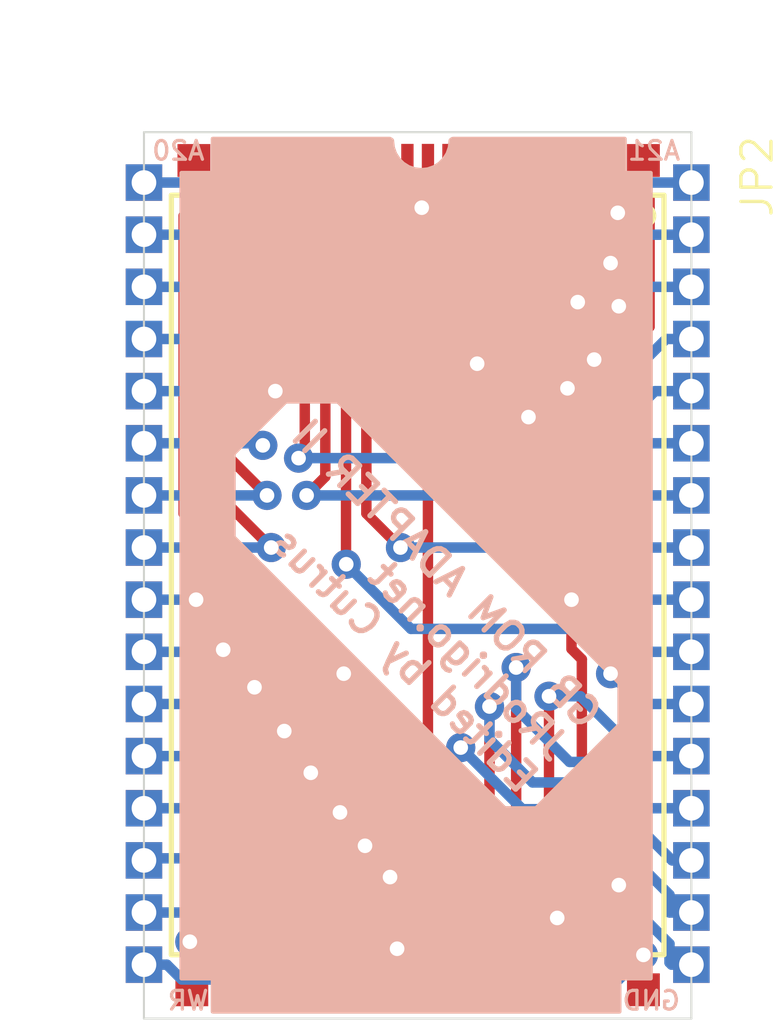
<source format=kicad_pcb>
(kicad_pcb (version 20221018) (generator pcbnew)
  (layers (0 "F.Cu" signal) (31 "B.Cu" signal) (34 "B.Paste" user) (35 "F.Paste" user) (36 "B.SilkS" user "B.Silkscreen") (37 "F.SilkS" user "F.Silkscreen") (38 "B.Mask" user) (39 "F.Mask" user) (44 "Edge.Cuts" user))
  (net 0 "")
  (net 1 "GND")
  (net 2 "VCC")
  (net 3 "D3")
  (net 4 "D4")
  (net 5 "D5")
  (net 6 "D6")
  (net 7 "D7")
  (net 8 "~{CE}")
  (net 9 "~{OE}")
  (net 10 "A1")
  (net 11 "A2")
  (net 12 "A0")
  (net 13 "A3")
  (net 14 "A4")
  (net 15 "A5")
  (net 16 "A6")
  (net 17 "A7")
  (net 18 "~{WE}")
  (net 19 "A20")
  (net 20 "A21")
  (net 21 "D0")
  (net 22 "D1")
  (net 23 "D2")
  (net 24 "A12")
  (net 25 "A15")
  (net 26 "A16")
  (net 27 "A19")
  (net 28 "A18")
  (net 29 "A17")
  (net 30 "A14")
  (net 31 "A13")
  (net 32 "A8")
  (net 33 "A9")
  (net 34 "A11")
  (net 35 "A10")
  (footprint "GB SOP32 ROM Adapter:CASTELLATIONS_16-PINS" (layer "F.Cu") (at 141.8336 113.538 90)
    (fp_text reference "JP1" hide)
    (fp_text value "")
    (pad "1" thru_hole rect (at 0 0 180) (size 0.889 0.889) (drill 0.6) (layers "*.Cu" "*.Mask") (net 1 "GND"))
    (pad "2" thru_hole rect (at 1.27 0 180) (size 0.889 0.889) (drill 0.6) (layers "*.Cu" "*.Mask") (net 23 "D2"))
    (pad "3" thru_hole rect (at 2.54 0 180) (size 0.889 0.889) (drill 0.6) (layers "*.Cu" "*.Mask") (net 22 "D1"))
    (pad "4" thru_hole rect (at 3.81 0 180) (size 0.889 0.889) (drill 0.6) (layers "*.Cu" "*.Mask") (net 21 "D0"))
    (pad "5" thru_hole rect (at 5.08 0 180) (size 0.889 0.889) (drill 0.6) (layers "*.Cu" "*.Mask") (net 12 "A0"))
    (pad "6" thru_hole rect (at 6.35 0 180) (size 0.889 0.889) (drill 0.6) (layers "*.Cu" "*.Mask") (net 10 "A1"))
    (pad "7" thru_hole rect (at 7.62 0 180) (size 0.889 0.889) (drill 0.6) (layers "*.Cu" "*.Mask") (net 11 "A2"))
    (pad "8" thru_hole rect (at 8.89 0 180) (size 0.889 0.889) (drill 0.6) (layers "*.Cu" "*.Mask") (net 13 "A3"))
    (pad "9" thru_hole rect (at 10.16 0 180) (size 0.889 0.889) (drill 0.6) (layers "*.Cu" "*.Mask") (net 14 "A4"))
    (pad "10" thru_hole rect (at 11.43 0 180) (size 0.889 0.889) (drill 0.6) (layers "*.Cu" "*.Mask") (net 15 "A5"))
    (pad "11" thru_hole rect (at 12.7 0 180) (size 0.889 0.889) (drill 0.6) (layers "*.Cu" "*.Mask") (net 16 "A6"))
    (pad "12" thru_hole rect (at 13.97 0 180) (size 0.889 0.889) (drill 0.6) (layers "*.Cu" "*.Mask") (net 17 "A7"))
    (pad "13" thru_hole rect (at 15.24 0 180) (size 0.889 0.889) (drill 0.6) (layers "*.Cu" "*.Mask") (net 24 "A12"))
    (pad "14" thru_hole rect (at 16.51 0 180) (size 0.889 0.889) (drill 0.6) (layers "*.Cu" "*.Mask") (net 25 "A15"))
    (pad "15" thru_hole rect (at 17.78 0 180) (size 0.889 0.889) (drill 0.6) (layers "*.Cu" "*.Mask") (net 26 "A16"))
    (pad "16" thru_hole rect (at 19.05 0 180) (size 0.889 0.889) (drill 0.6) (layers "*.Cu" "*.Mask") (net 27 "A19"))
  )
  (footprint "GB SOP32 ROM Adapter:TP08SQ" (layer "F.Cu") (at 143.05 93.95)
    (fp_text reference "A20" (at -1.064 0.03) (layer "B.SilkS") (effects (font (size 0.4572 0.4572) (thickness 0.08)) (justify right bottom mirror)))
    (fp_text value "TPTP08SQ")
    (pad "TP" smd rect (at 0 0) (size 0.8 0.8) (layers "F.Cu" "F.Mask") (net 19 "A20"))
  )
  (footprint "GB SOP32 ROM Adapter:TP08SQ" (layer "F.Cu") (at 154 114.15)
    (fp_text reference "GND" (at 0.94 0.531) (layer "B.SilkS") (effects (font (size 0.4572 0.4572) (thickness 0.08)) (justify left bottom mirror)))
    (fp_text value "TPTP08SQ")
    (pad "GND" smd rect (at 0 0) (size 0.8 0.8) (layers "F.Cu" "F.Mask") (net 1 "GND"))
  )
  (footprint "GB SOP32 ROM Adapter:TP08SQ" (layer "F.Cu") (at 143 114.15)
    (fp_text reference "WR" (at -0.633 0.531) (layer "B.SilkS") (effects (font (size 0.4572 0.4572) (thickness 0.08)) (justify right bottom mirror)))
    (fp_text value "TPTP08SQ")
    (pad "TP" smd rect (at 0 0) (size 0.8 0.8) (layers "F.Cu" "F.Mask") (net 18 "~{WE}"))
  )
  (footprint "GB SOP32 ROM Adapter:TP08SQ" (layer "F.Cu") (at 154 93.95)
    (fp_text reference "A21" (at 0.94 0.03) (layer "B.SilkS") (effects (font (size 0.4572 0.4572) (thickness 0.0762)) (justify left bottom mirror)))
    (fp_text value "TPTP08SQ")
    (pad "TP" smd rect (at 0 0) (size 0.8 0.8) (layers "F.Cu" "F.Mask") (net 20 "A21"))
  )
  (footprint "GB SOP32 ROM Adapter:TSOP48" (layer "F.Cu") (at 148.5011 104.0461 -90)
    (fp_text reference "IC1")
    (fp_text value "AM29F016/32")
    (fp_line (start -9.25 -6) (end 9.25 -6) (stroke (width 0.127)) (layer "F.SilkS"))
    (fp_line (start -9.25 -5.08) (end 9.25 -5.08) (stroke (width 0.127)) (layer "F.SilkS"))
    (fp_line (start -9.25 6) (end -9.25 -6) (stroke (width 0.127)) (layer "F.SilkS"))
    (fp_line (start 9.25 -6) (end 9.25 6) (stroke (width 0.127)) (layer "F.SilkS"))
    (fp_line (start 9.25 5.08) (end -9.25 5.08) (stroke (width 0.127)) (layer "F.SilkS"))
    (fp_line (start 9.25 6) (end -9.25 6) (stroke (width 0.127)) (layer "F.SilkS"))
    (fp_circle (center -8.75 -5.5) (end -8.5 -5.5) (stroke (width 0.127)) (fill solid) (layer "F.SilkS"))
    (pad "3" smd rect (at -10 -4.75 270) (size 1 0.3) (layers "F.Cu" "F.Paste" "F.Mask") (net 27 "A19"))
    (pad "4" smd rect (at -10 -4.25 270) (size 1 0.3) (layers "F.Cu" "F.Paste" "F.Mask") (net 28 "A18"))
    (pad "5" smd rect (at -10 -3.75 270) (size 1 0.3) (layers "F.Cu" "F.Paste" "F.Mask") (net 29 "A17"))
    (pad "6" smd rect (at -10 -3.25 270) (size 1 0.3) (layers "F.Cu" "F.Paste" "F.Mask") (net 26 "A16"))
    (pad "7" smd rect (at -10 -2.75 270) (size 1 0.3) (layers "F.Cu" "F.Paste" "F.Mask") (net 25 "A15"))
    (pad "8" smd rect (at -10 -2.25 270) (size 1 0.3) (layers "F.Cu" "F.Paste" "F.Mask") (net 30 "A14"))
    (pad "9" smd rect (at -10 -1.75 270) (size 1 0.3) (layers "F.Cu" "F.Paste" "F.Mask") (net 31 "A13"))
    (pad "10" smd rect (at -10 -1.25 270) (size 1 0.3) (layers "F.Cu" "F.Paste" "F.Mask") (net 24 "A12"))
    (pad "11" smd rect (at -10 -0.75 270) (size 1 0.3) (layers "F.Cu" "F.Paste" "F.Mask") (net 8 "~{CE}"))
    (pad "12" smd rect (at -10 -0.25 270) (size 1 0.3) (layers "F.Cu" "F.Paste" "F.Mask") (net 2 "VCC"))
    (pad "13" smd rect (at -10 0.25 270) (size 1 0.3) (layers "F.Cu" "F.Paste" "F.Mask"))
    (pad "14" smd rect (at -10 0.75 270) (size 1 0.3) (layers "F.Cu" "F.Paste" "F.Mask") (net 2 "VCC"))
    (pad "15" smd rect (at -10 1.25 270) (size 1 0.3) (layers "F.Cu" "F.Paste" "F.Mask") (net 34 "A11"))
    (pad "16" smd rect (at -10 1.75 270) (size 1 0.3) (layers "F.Cu" "F.Paste" "F.Mask") (net 35 "A10"))
    (pad "17" smd rect (at -10 2.25 270) (size 1 0.3) (layers "F.Cu" "F.Paste" "F.Mask") (net 33 "A9"))
    (pad "18" smd rect (at -10 2.75 270) (size 1 0.3) (layers "F.Cu" "F.Paste" "F.Mask") (net 32 "A8"))
    (pad "19" smd rect (at -10 3.25 270) (size 1 0.3) (layers "F.Cu" "F.Paste" "F.Mask") (net 17 "A7"))
    (pad "20" smd rect (at -10 3.75 270) (size 1 0.3) (layers "F.Cu" "F.Paste" "F.Mask") (net 16 "A6"))
    (pad "21" smd rect (at -10 4.25 270) (size 1 0.3) (layers "F.Cu" "F.Paste" "F.Mask") (net 15 "A5"))
    (pad "22" smd rect (at -10 4.75 270) (size 1 0.3) (layers "F.Cu" "F.Paste" "F.Mask") (net 14 "A4"))
    (pad "27" smd rect (at 10 4.75 90) (size 1 0.3) (layers "F.Cu" "F.Paste" "F.Mask") (net 13 "A3"))
    (pad "28" smd rect (at 10 4.25 90) (size 1 0.3) (layers "F.Cu" "F.Paste" "F.Mask") (net 11 "A2"))
    (pad "29" smd rect (at 10 3.75 90) (size 1 0.3) (layers "F.Cu" "F.Paste" "F.Mask") (net 10 "A1"))
    (pad "30" smd rect (at 10 3.25 90) (size 1 0.3) (layers "F.Cu" "F.Paste" "F.Mask") (net 12 "A0"))
    (pad "31" smd rect (at 10 2.75 90) (size 1 0.3) (layers "F.Cu" "F.Paste" "F.Mask") (net 21 "D0"))
    (pad "32" smd rect (at 10 2.25 90) (size 1 0.3) (layers "F.Cu" "F.Paste" "F.Mask") (net 22 "D1"))
    (pad "33" smd rect (at 10 1.75 90) (size 1 0.3) (layers "F.Cu" "F.Paste" "F.Mask") (net 23 "D2"))
    (pad "34" smd rect (at 10 1.25 90) (size 1 0.3) (layers "F.Cu" "F.Paste" "F.Mask") (net 3 "D3"))
    (pad "35" smd rect (at 10 0.75 90) (size 1 0.3) (layers "F.Cu" "F.Paste" "F.Mask") (net 1 "GND"))
    (pad "36" smd rect (at 10 0.25 90) (size 1 0.3) (layers "F.Cu" "F.Paste" "F.Mask") (net 1 "GND"))
    (pad "37" smd rect (at 10 -0.25 90) (size 1 0.3) (layers "F.Cu" "F.Paste" "F.Mask") (net 2 "VCC"))
    (pad "38" smd rect (at 10 -0.75 90) (size 1 0.3) (layers "F.Cu" "F.Paste" "F.Mask") (net 4 "D4"))
    (pad "39" smd rect (at 10 -1.25 90) (size 1 0.3) (layers "F.Cu" "F.Paste" "F.Mask") (net 5 "D5"))
    (pad "40" smd rect (at 10 -1.75 90) (size 1 0.3) (layers "F.Cu" "F.Paste" "F.Mask") (net 6 "D6"))
    (pad "41" smd rect (at 10 -2.25 90) (size 1 0.3) (layers "F.Cu" "F.Paste" "F.Mask") (net 7 "D7"))
    (pad "42" smd rect (at 10 -2.75 90) (size 1 0.3) (layers "F.Cu" "F.Paste" "F.Mask"))
    (pad "43" smd rect (at 10 -3.25 90) (size 1 0.3) (layers "F.Cu" "F.Paste" "F.Mask") (net 9 "~{OE}"))
    (pad "44" smd rect (at 10 -3.75 90) (size 1 0.3) (layers "F.Cu" "F.Paste" "F.Mask") (net 18 "~{WE}"))
    (pad "45" smd rect (at 10 -4.25 90) (size 1 0.3) (layers "F.Cu" "F.Paste" "F.Mask") (net 20 "A21"))
    (pad "46" smd rect (at 10 -4.75 90) (size 1 0.3) (layers "F.Cu" "F.Paste" "F.Mask") (net 19 "A20"))
  )
  (footprint "GB SOP32 ROM Adapter:CASTELLATIONS_16-PINS" (layer "F.Cu") (at 155.1686 94.488 -90)
    (fp_text reference "JP2" (at 0.8964 -2.0314 -90) (layer "F.SilkS") (effects (font (size 0.73152 0.73152) (thickness 0.08128)) (justify left bottom)))
    (fp_text value "")
    (pad "1" thru_hole rect (at 0 0) (size 0.889 0.889) (drill 0.6) (layers "*.Cu" "*.Mask") (net 2 "VCC"))
    (pad "2" thru_hole rect (at 1.27 0) (size 0.889 0.889) (drill 0.6) (layers "*.Cu" "*.Mask") (net 28 "A18"))
    (pad "3" thru_hole rect (at 2.54 0) (size 0.889 0.889) (drill 0.6) (layers "*.Cu" "*.Mask") (net 29 "A17"))
    (pad "4" thru_hole rect (at 3.81 0) (size 0.889 0.889) (drill 0.6) (layers "*.Cu" "*.Mask") (net 30 "A14"))
    (pad "5" thru_hole rect (at 5.08 0) (size 0.889 0.889) (drill 0.6) (layers "*.Cu" "*.Mask") (net 31 "A13"))
    (pad "6" thru_hole rect (at 6.35 0) (size 0.889 0.889) (drill 0.6) (layers "*.Cu" "*.Mask") (net 32 "A8"))
    (pad "7" thru_hole rect (at 7.62 0) (size 0.889 0.889) (drill 0.6) (layers "*.Cu" "*.Mask") (net 33 "A9"))
    (pad "8" thru_hole rect (at 8.89 0) (size 0.889 0.889) (drill 0.6) (layers "*.Cu" "*.Mask") (net 34 "A11"))
    (pad "9" thru_hole rect (at 10.16 0) (size 0.889 0.889) (drill 0.6) (layers "*.Cu" "*.Mask") (net 9 "~{OE}"))
    (pad "10" thru_hole rect (at 11.43 0) (size 0.889 0.889) (drill 0.6) (layers "*.Cu" "*.Mask") (net 35 "A10"))
    (pad "11" thru_hole rect (at 12.7 0) (size 0.889 0.889) (drill 0.6) (layers "*.Cu" "*.Mask") (net 8 "~{CE}"))
    (pad "12" thru_hole rect (at 13.97 0) (size 0.889 0.889) (drill 0.6) (layers "*.Cu" "*.Mask") (net 7 "D7"))
    (pad "13" thru_hole rect (at 15.24 0) (size 0.889 0.889) (drill 0.6) (layers "*.Cu" "*.Mask") (net 6 "D6"))
    (pad "14" thru_hole rect (at 16.51 0) (size 0.889 0.889) (drill 0.6) (layers "*.Cu" "*.Mask") (net 5 "D5"))
    (pad "15" thru_hole rect (at 17.78 0) (size 0.889 0.889) (drill 0.6) (layers "*.Cu" "*.Mask") (net 4 "D4"))
    (pad "16" thru_hole rect (at 19.05 0) (size 0.889 0.889) (drill 0.6) (layers "*.Cu" "*.Mask") (net 3 "D3"))
  )
  (gr_poly (pts (xy 154.178 99.822) (xy 154.178 109.728) (xy 151.384 109.728) (xy 153.416 107.696) (xy 153.416 106.68) (xy 146.558 99.822) (xy 146.304 99.822)) (stroke (width 0.1)) (fill solid) (layer "B.SilkS"))
  (gr_poly (pts (xy 147.802 93.422) (xy 147.822402 93.422314) (xy 147.867677 93.448293) (xy 147.877686 93.466402) (xy 147.89616 93.630366) (xy 147.948796 93.78079) (xy 148.033585 93.91573) (xy 148.146274 94.028419) (xy 148.281213 94.113204) (xy 148.431633 94.165839) (xy 148.59 94.183683) (xy 148.748366 94.165839) (xy 148.89879 94.113203) (xy 149.03373 94.028414) (xy 149.146419 93.915725) (xy 149.231204 93.780786) (xy 149.283839 93.630366) (xy 149.302314 93.466402) (xy 149.304452 93.456537) (xy 149.343713 93.426314) (xy 149.364 93.422) (xy 153.543 93.422) (xy 153.543 94.55) (xy 143.51 94.538151) (xy 143.51 93.422)) (stroke (width 0.1)) (fill solid) (layer "B.SilkS"))
  (gr_rect (start 142.748 94.253) (end 154.178 99.822) (stroke (width 0.1)) (fill solid) (layer "B.SilkS"))
  (gr_rect (start 142.748 109.728) (end 154.178 113.873) (stroke (width 0.1)) (fill solid) (layer "B.SilkS"))
  (gr_poly (pts (xy 142.748 109.728) (xy 142.748 99.822) (xy 145.288 99.822) (xy 144.018 101.092) (xy 144.018 103.124) (xy 150.622 109.728)) (stroke (width 0.1)) (fill solid) (layer "B.SilkS"))
  (gr_rect (start 143.51 113.219) (end 153.416 114.681) (stroke (width 0.1)) (fill solid) (layer "B.SilkS"))
  (gr_line (start 155.1675 114.85) (end 155.1686 93.2611) (stroke (width 0.05)) (layer "Edge.Cuts"))
  (gr_line (start 141.8336 93.2611) (end 141.8325 114.85) (stroke (width 0.05)) (layer "Edge.Cuts"))
  (gr_line (start 141.8325 114.85) (end 155.1675 114.85) (stroke (width 0.05)) (layer "Edge.Cuts"))
  (gr_line (start 155.1686 93.2611) (end 141.8336 93.2611) (stroke (width 0.05)) (layer "Edge.Cuts"))
  (gr_text "GB ROM ADAPTER II\nJRodrigo.net\nEdited by Cutrus" (at 151 109.5 315) (layer "B.SilkS") (effects (font (size 0.682752 0.682752) (thickness 0.130048)) (justify left bottom mirror)))
  (segment (start 148 113.15) (end 147.7511 113.3989) (width 0.254) (layer "F.Cu") (net 1))
  (segment (start 148.2511 114.0461) (end 147.7511 114.0461) (width 0.254) (layer "F.Cu") (net 1))
  (segment (start 154 113.3) (end 154 114.15) (width 0.254) (layer "F.Cu") (net 1))
  (segment (start 147.7511 113.3989) (end 147.7511 114.0461) (width 0.254) (layer "F.Cu") (net 1))
  (via (at 148 113.15) (size 0.7112) (drill 0.3556) (layers "F.Cu" "B.Cu") (net 1))
  (via (at 154 113.3) (size 0.7112) (drill 0.3556) (layers "F.Cu" "B.Cu") (net 1))
  (segment (start 154 113.3) (end 153.4 113.9) (width 0.254) (layer "B.Cu") (net 1))
  (segment (start 148 113.9) (end 142.7544 113.9) (width 0.254) (layer "B.Cu") (net 1))
  (segment (start 148 113.15) (end 148 113.9) (width 0.254) (layer "B.Cu") (net 1))
  (segment (start 142.7544 113.9) (end 142.3924 113.538) (width 0.254) (layer "B.Cu") (net 1))
  (segment (start 142.3924 113.538) (end 141.8336 113.538) (width 0.254) (layer "B.Cu") (net 1))
  (segment (start 153.4 113.9) (end 148 113.9) (width 0.254) (layer "B.Cu") (net 1))
  (segment (start 148.75 95.25) (end 148.75 100.25) (width 0.254) (layer "F.Cu") (net 2))
  (segment (start 148.0962 95.1) (end 147.7511 94.7549) (width 0.254) (layer "F.Cu") (net 2))
  (segment (start 148.6 95.1) (end 148.0962 95.1) (width 0.254) (layer "F.Cu") (net 2))
  (segment (start 148.7511 100.2511) (end 148.7511 114.0461) (width 0.254) (layer "F.Cu") (net 2))
  (segment (start 148.6 95.1) (end 148.7511 94.9489) (width 0.254) (layer "F.Cu") (net 2))
  (segment (start 148.75 100.25) (end 148.7511 100.2511) (width 0.254) (layer "F.Cu") (net 2))
  (segment (start 147.7511 94.7549) (end 147.7511 94.0461) (width 0.254) (layer "F.Cu") (net 2))
  (segment (start 148.6 95.1) (end 148.75 95.25) (width 0.254) (layer "F.Cu") (net 2))
  (segment (start 148.7511 94.9489) (end 148.7511 94.0461) (width 0.254) (layer "F.Cu") (net 2))
  (via (at 148.6 95.1) (size 0.7112) (drill 0.3556) (layers "F.Cu" "B.Cu") (net 2))
  (segment (start 148.6 95.1) (end 149.212 94.488) (width 0.254) (layer "B.Cu") (net 2))
  (segment (start 149.212 94.488) (end 155.1686 94.488) (width 0.254) (layer "B.Cu") (net 2))
  (segment (start 147.828 111.4044) (end 147.2511 111.9813) (width 0.254) (layer "F.Cu") (net 3))
  (segment (start 147.2511 111.9813) (end 147.2511 114.0461) (width 0.254) (layer "F.Cu") (net 3))
  (via (at 147.828 111.4044) (size 0.7112) (drill 0.3556) (layers "F.Cu" "B.Cu") (net 3))
  (segment (start 154.686 113.538) (end 155.1686 113.538) (width 0.254) (layer "B.Cu") (net 3))
  (segment (start 147.828 111.4044) (end 152.1544 111.4044) (width 0.254) (layer "B.Cu") (net 3))
  (segment (start 153.924 112.3188) (end 154.6352 113.03) (width 0.254) (layer "B.Cu") (net 3))
  (segment (start 153.0688 112.3188) (end 153.924 112.3188) (width 0.254) (layer "B.Cu") (net 3))
  (segment (start 154.6352 113.03) (end 154.6352 113.4872) (width 0.254) (layer "B.Cu") (net 3))
  (segment (start 152.1544 111.4044) (end 153.0688 112.3188) (width 0.254) (layer "B.Cu") (net 3))
  (segment (start 154.6352 113.4872) (end 154.686 113.538) (width 0.254) (layer "B.Cu") (net 3))
  (segment (start 149.2511 108.5489) (end 149.2511 114.0461) (width 0.254) (layer "F.Cu") (net 4))
  (segment (start 149.55 108.25) (end 149.2511 108.5489) (width 0.254) (layer "F.Cu") (net 4))
  (via (at 149.55 108.25) (size 0.7112) (drill 0.3556) (layers "F.Cu" "B.Cu") (net 4))
  (segment (start 151.05 109.75) (end 149.55 108.25) (width 0.254) (layer "B.Cu") (net 4))
  (segment (start 154.6352 111.8352) (end 152.55 109.75) (width 0.254) (layer "B.Cu") (net 4))
  (segment (start 155.1686 112.268) (end 154.6352 112.268) (width 0.254) (layer "B.Cu") (net 4))
  (segment (start 154.6352 112.268) (end 154.6352 111.8352) (width 0.254) (layer "B.Cu") (net 4))
  (segment (start 152.55 109.75) (end 151.05 109.75) (width 0.254) (layer "B.Cu") (net 4))
  (segment (start 150.25 109.85) (end 149.7511 110.3489) (width 0.254) (layer "F.Cu") (net 5))
  (segment (start 150.25 107.25) (end 150.25 109.85) (width 0.254) (layer "F.Cu") (net 5))
  (segment (start 149.7511 110.3489) (end 149.7511 114.0461) (width 0.254) (layer "F.Cu") (net 5))
  (via (at 150.25 107.25) (size 0.7112) (drill 0.3556) (layers "F.Cu" "B.Cu") (net 5))
  (segment (start 154.698 110.998) (end 155.1686 110.998) (width 0.254) (layer "B.Cu") (net 5))
  (segment (start 151.3 109.1) (end 152.8 109.1) (width 0.254) (layer "B.Cu") (net 5))
  (segment (start 152.8 109.1) (end 154.698 110.998) (width 0.254) (layer "B.Cu") (net 5))
  (segment (start 150.25 108.05) (end 151.3 109.1) (width 0.254) (layer "B.Cu") (net 5))
  (segment (start 150.25 107.25) (end 150.25 108.05) (width 0.254) (layer "B.Cu") (net 5))
  (segment (start 150.2511 110.5489) (end 150.2511 114.0461) (width 0.254) (layer "F.Cu") (net 6))
  (segment (start 150.9 106.3) (end 150.9 109.9) (width 0.254) (layer "F.Cu") (net 6))
  (segment (start 150.9 109.9) (end 150.2511 110.5489) (width 0.254) (layer "F.Cu") (net 6))
  (via (at 150.9 106.3) (size 0.7112) (drill 0.3556) (layers "F.Cu" "B.Cu") (net 6))
  (segment (start 153.05 108.6) (end 154.178 109.728) (width 0.254) (layer "B.Cu") (net 6))
  (segment (start 154.178 109.728) (end 155.1686 109.728) (width 0.254) (layer "B.Cu") (net 6))
  (segment (start 150.9 107.3) (end 152.2 108.6) (width 0.254) (layer "B.Cu") (net 6))
  (segment (start 152.2 108.6) (end 153.05 108.6) (width 0.254) (layer "B.Cu") (net 6))
  (segment (start 150.9 106.3) (end 150.9 107.3) (width 0.254) (layer "B.Cu") (net 6))
  (segment (start 151.7 107) (end 151.7 109.85) (width 0.254) (layer "F.Cu") (net 7))
  (segment (start 151.7 109.85) (end 150.7511 110.7989) (width 0.254) (layer "F.Cu") (net 7))
  (segment (start 150.7511 110.7989) (end 150.7511 114.0461) (width 0.254) (layer "F.Cu") (net 7))
  (via (at 151.7 107) (size 0.7112) (drill 0.3556) (layers "F.Cu" "B.Cu") (net 7))
  (segment (start 152.466 107) (end 153.924 108.458) (width 0.254) (layer "B.Cu") (net 7))
  (segment (start 151.7 107) (end 152.466 107) (width 0.254) (layer "B.Cu") (net 7))
  (segment (start 153.924 108.458) (end 155.1686 108.458) (width 0.254) (layer "B.Cu") (net 7))
  (segment (start 149.2511 94.0461) (end 149.2511 100.3011) (width 0.254) (layer "F.Cu") (net 8))
  (segment (start 149.2511 100.3011) (end 153.15 104.2) (width 0.254) (layer "F.Cu") (net 8))
  (segment (start 153.15 106.4) (end 153.2 106.45) (width 0.254) (layer "F.Cu") (net 8))
  (segment (start 153.15 104.2) (end 153.15 106.4) (width 0.254) (layer "F.Cu") (net 8))
  (via (at 153.2 106.45) (size 0.7112) (drill 0.3556) (layers "F.Cu" "B.Cu") (net 8))
  (segment (start 155.1686 107.188) (end 153.938 107.188) (width 0.254) (layer "B.Cu") (net 8))
  (segment (start 153.938 107.188) (end 153.2 106.45) (width 0.254) (layer "B.Cu") (net 8))
  (segment (start 151.25 112.85) (end 151.7511 113.3511) (width 0.254) (layer "F.Cu") (net 9))
  (segment (start 152.248 105.848) (end 152.5 106.1) (width 0.254) (layer "F.Cu") (net 9))
  (segment (start 151.25 111) (end 151.25 112.85) (width 0.254) (layer "F.Cu") (net 9))
  (segment (start 152.248 104.648) (end 152.248 105.848) (width 0.254) (layer "F.Cu") (net 9))
  (segment (start 151.7511 113.3511) (end 151.7511 114.0461) (width 0.254) (layer "F.Cu") (net 9))
  (segment (start 152.5 106.1) (end 152.5 109.75) (width 0.254) (layer "F.Cu") (net 9))
  (segment (start 152.5 109.75) (end 151.25 111) (width 0.254) (layer "F.Cu") (net 9))
  (via (at 152.248 104.648) (size 0.7112) (drill 0.3556) (layers "F.Cu" "B.Cu") (net 9))
  (segment (start 152.248 104.648) (end 155.1686 104.648) (width 0.254) (layer "B.Cu") (net 9))
  (segment (start 144.526 108.526) (end 144.7511 108.7511) (width 0.254) (layer "F.Cu") (net 10))
  (segment (start 144.7511 108.7511) (end 144.7511 114.0461) (width 0.254) (layer "F.Cu") (net 10))
  (segment (start 144.526 106.7816) (end 144.526 108.526) (width 0.254) (layer "F.Cu") (net 10))
  (via (at 144.526 106.7816) (size 0.7112) (drill 0.3556) (layers "F.Cu" "B.Cu") (net 10))
  (segment (start 144.526 106.7816) (end 144.1196 107.188) (width 0.254) (layer "B.Cu") (net 10))
  (segment (start 144.1196 107.188) (end 141.8336 107.188) (width 0.254) (layer "B.Cu") (net 10))
  (segment (start 143.7 108.4) (end 144.2511 108.9511) (width 0.254) (layer "F.Cu") (net 11))
  (segment (start 143.764 105.8672) (end 143.7 105.9312) (width 0.254) (layer "F.Cu") (net 11))
  (segment (start 143.7 105.9312) (end 143.7 108.4) (width 0.254) (layer "F.Cu") (net 11))
  (segment (start 144.2511 108.9511) (end 144.2511 114.0461) (width 0.254) (layer "F.Cu") (net 11))
  (via (at 143.764 105.8672) (size 0.7112) (drill 0.3556) (layers "F.Cu" "B.Cu") (net 11))
  (segment (start 143.7132 105.918) (end 141.8336 105.918) (width 0.254) (layer "B.Cu") (net 11))
  (segment (start 143.764 105.8672) (end 143.7132 105.918) (width 0.254) (layer "B.Cu") (net 11))
  (segment (start 145.2511 107.8484) (end 145.2511 114.0461) (width 0.254) (layer "F.Cu") (net 12))
  (via (at 145.2511 107.8484) (size 0.7112) (drill 0.3556) (layers "F.Cu" "B.Cu") (net 12))
  (segment (start 144.6415 108.458) (end 141.8336 108.458) (width 0.254) (layer "B.Cu") (net 12))
  (segment (start 145.2511 107.8484) (end 144.6415 108.458) (width 0.254) (layer "B.Cu") (net 12))
  (segment (start 143.7511 109.4511) (end 143.7511 114.0461) (width 0.254) (layer "F.Cu") (net 13))
  (segment (start 143.1036 104.648) (end 143.1036 108.8036) (width 0.254) (layer "F.Cu") (net 13))
  (segment (start 143.1036 108.8036) (end 143.7511 109.4511) (width 0.254) (layer "F.Cu") (net 13))
  (via (at 143.1036 104.648) (size 0.7112) (drill 0.3556) (layers "F.Cu" "B.Cu") (net 13))
  (segment (start 143.1036 104.648) (end 141.8336 104.648) (width 0.254) (layer "B.Cu") (net 13))
  (segment (start 143.7511 95.4489) (end 143.35 95.85) (width 0.254) (layer "F.Cu") (net 14))
  (segment (start 143.35 101.7956) (end 144.9324 103.378) (width 0.254) (layer "F.Cu") (net 14))
  (segment (start 143.35 95.85) (end 143.35 101.7956) (width 0.254) (layer "F.Cu") (net 14))
  (segment (start 143.7511 94.0461) (end 143.7511 95.4489) (width 0.254) (layer "F.Cu") (net 14))
  (via (at 144.9324 103.378) (size 0.7112) (drill 0.3556) (layers "F.Cu" "B.Cu") (net 14))
  (segment (start 144.9324 103.378) (end 141.8336 103.378) (width 0.254) (layer "B.Cu") (net 14))
  (segment (start 144.8308 102.108) (end 143.9 101.1772) (width 0.254) (layer "F.Cu") (net 15))
  (segment (start 143.9 101.1772) (end 143.9 95.9472) (width 0.254) (layer "F.Cu") (net 15))
  (segment (start 143.9 95.9472) (end 144.2511 95.5961) (width 0.254) (layer "F.Cu") (net 15))
  (segment (start 144.2511 95.5961) (end 144.2511 94.0461) (width 0.254) (layer "F.Cu") (net 15))
  (via (at 144.8308 102.108) (size 0.7112) (drill 0.3556) (layers "F.Cu" "B.Cu") (net 15))
  (segment (start 144.8308 102.108) (end 141.8336 102.108) (width 0.254) (layer "B.Cu") (net 15))
  (segment (start 144.4 96.3997) (end 144.7511 96.0486) (width 0.254) (layer "F.Cu") (net 16))
  (segment (start 144.7292 100.8888) (end 144.4 100.5596) (width 0.254) (layer "F.Cu") (net 16))
  (segment (start 144.4 100.5596) (end 144.4 96.3997) (width 0.254) (layer "F.Cu") (net 16))
  (segment (start 144.7511 96.0486) (end 144.7511 94.0461) (width 0.254) (layer "F.Cu") (net 16))
  (via (at 144.7292 100.8888) (size 0.7112) (drill 0.3556) (layers "F.Cu" "B.Cu") (net 16))
  (segment (start 144.7292 100.8888) (end 144.6784 100.838) (width 0.254) (layer "B.Cu") (net 16))
  (segment (start 144.6784 100.838) (end 141.8336 100.838) (width 0.254) (layer "B.Cu") (net 16))
  (segment (start 145.2511 99.3509) (end 145.2511 94.0461) (width 0.254) (layer "F.Cu") (net 17))
  (segment (start 145.034 99.568) (end 145.2511 99.3509) (width 0.254) (layer "F.Cu") (net 17))
  (via (at 145.034 99.568) (size 0.7112) (drill 0.3556) (layers "F.Cu" "B.Cu") (net 17))
  (segment (start 145.034 99.568) (end 141.8336 99.568) (width 0.254) (layer "B.Cu") (net 17))
  (segment (start 151.9 112.4) (end 152.2511 112.7511) (width 0.254) (layer "F.Cu") (net 18))
  (segment (start 142.9512 112.9792) (end 143 113.028) (width 0.254) (layer "F.Cu") (net 18))
  (segment (start 152.2511 112.7511) (end 152.2511 114.0461) (width 0.254) (layer "F.Cu") (net 18))
  (segment (start 143 113.028) (end 143 114.15) (width 0.254) (layer "F.Cu") (net 18))
  (via (at 151.9 112.4) (size 0.7112) (drill 0.3556) (layers "F.Cu" "B.Cu") (net 18))
  (via (at 142.9512 112.9792) (size 0.7112) (drill 0.3556) (layers "F.Cu" "B.Cu") (net 18))
  (segment (start 151.8696 112.3696) (end 151.9 112.4) (width 0.254) (layer "B.Cu") (net 18))
  (segment (start 142.9512 112.9792) (end 146.4564 112.9792) (width 0.254) (layer "B.Cu") (net 18))
  (segment (start 146.4564 112.9792) (end 147.066 112.3696) (width 0.254) (layer "B.Cu") (net 18))
  (segment (start 147.066 112.3696) (end 151.8696 112.3696) (width 0.254) (layer "B.Cu") (net 18))
  (segment (start 153.2511 111.7489) (end 153.2511 114.0461) (width 0.254) (layer "F.Cu") (net 19))
  (segment (start 142.8 95.3) (end 143.05 95.05) (width 0.254) (layer "F.Cu") (net 19))
  (segment (start 143.05 95.05) (end 143.05 94) (width 0.254) (layer "F.Cu") (net 19))
  (segment (start 153.4 111.6) (end 153.2511 111.7489) (width 0.254) (layer "F.Cu") (net 19))
  (segment (start 146.7 106.45) (end 142.8 102.55) (width 0.254) (layer "F.Cu") (net 19))
  (segment (start 142.8 102.55) (end 142.8 95.3) (width 0.254) (layer "F.Cu") (net 19))
  (via (at 146.7 106.45) (size 0.7112) (drill 0.3556) (layers "F.Cu" "B.Cu") (net 19))
  (via (at 153.4 111.6) (size 0.7112) (drill 0.3556) (layers "F.Cu" "B.Cu") (net 19))
  (segment (start 150.55 110.3) (end 146.7 106.45) (width 0.254) (layer "B.Cu") (net 19))
  (segment (start 152.1 110.3) (end 150.55 110.3) (width 0.254) (layer "B.Cu") (net 19))
  (segment (start 153.4 111.6) (end 152.1 110.3) (width 0.254) (layer "B.Cu") (net 19))
  (segment (start 153.85 109.45) (end 153.85 98.3) (width 0.254) (layer "F.Cu") (net 20))
  (segment (start 154.15 94.9) (end 154 94.75) (width 0.254) (layer "F.Cu") (net 20))
  (segment (start 152.75 114.045) (end 152.75 110.55) (width 0.254) (layer "F.Cu") (net 20))
  (segment (start 154 94.75) (end 154 93.95) (width 0.254) (layer "F.Cu") (net 20))
  (segment (start 153.85 98.3) (end 154.15 98) (width 0.254) (layer "F.Cu") (net 20))
  (segment (start 154.15 98) (end 154.15 94.9) (width 0.254) (layer "F.Cu") (net 20))
  (segment (start 152.75 110.55) (end 153.85 109.45) (width 0.254) (layer "F.Cu") (net 20))
  (segment (start 145.8976 108.8644) (end 145.7511 109.0109) (width 0.254) (layer "F.Cu") (net 21))
  (segment (start 145.7511 109.0109) (end 145.7511 114.0461) (width 0.254) (layer "F.Cu") (net 21))
  (via (at 145.8976 108.8644) (size 0.7112) (drill 0.3556) (layers "F.Cu" "B.Cu") (net 21))
  (segment (start 145.1356 109.728) (end 141.8336 109.728) (width 0.254) (layer "B.Cu") (net 21))
  (segment (start 145.8976 108.966) (end 145.1356 109.728) (width 0.254) (layer "B.Cu") (net 21))
  (segment (start 145.8976 108.8644) (end 145.8976 108.966) (width 0.254) (layer "B.Cu") (net 21))
  (segment (start 146.2511 110.1873) (end 146.2511 114.0461) (width 0.254) (layer "F.Cu") (net 22))
  (segment (start 146.6088 109.8296) (end 146.2511 110.1873) (width 0.254) (layer "F.Cu") (net 22))
  (via (at 146.6088 109.8296) (size 0.7112) (drill 0.3556) (layers "F.Cu" "B.Cu") (net 22))
  (segment (start 145.4912 110.9472) (end 141.8844 110.9472) (width 0.254) (layer "B.Cu") (net 22))
  (segment (start 146.6088 109.8296) (end 145.4912 110.9472) (width 0.254) (layer "B.Cu") (net 22))
  (segment (start 141.8844 110.9472) (end 141.8336 110.998) (width 0.254) (layer "B.Cu") (net 22))
  (segment (start 147.2184 110.6424) (end 146.7511 111.1097) (width 0.254) (layer "F.Cu") (net 23))
  (segment (start 146.7511 111.1097) (end 146.7511 114.0461) (width 0.254) (layer "F.Cu") (net 23))
  (via (at 147.2184 110.6424) (size 0.7112) (drill 0.3556) (layers "F.Cu" "B.Cu") (net 23))
  (segment (start 145.5928 112.268) (end 141.8336 112.268) (width 0.254) (layer "B.Cu") (net 23))
  (segment (start 147.2184 110.6424) (end 145.5928 112.268) (width 0.254) (layer "B.Cu") (net 23))
  (segment (start 149.95 98.9) (end 149.7511 98.7011) (width 0.254) (layer "F.Cu") (net 24))
  (segment (start 149.7511 98.7011) (end 149.7511 94.0461) (width 0.254) (layer "F.Cu") (net 24))
  (via (at 149.95 98.9) (size 0.7112) (drill 0.3556) (layers "F.Cu" "B.Cu") (net 24))
  (segment (start 149.348 98.298) (end 141.8336 98.298) (width 0.254) (layer "B.Cu") (net 24))
  (segment (start 149.95 98.9) (end 149.348 98.298) (width 0.254) (layer "B.Cu") (net 24))
  (segment (start 151.2511 97.2511) (end 151.2511 94.0461) (width 0.254) (layer "F.Cu") (net 25))
  (segment (start 152.8 98.8) (end 151.2511 97.2511) (width 0.254) (layer "F.Cu") (net 25))
  (via (at 152.8 98.8) (size 0.7112) (drill 0.3556) (layers "F.Cu" "B.Cu") (net 25))
  (segment (start 151.6961 97.6961) (end 143.4525 97.6961) (width 0.254) (layer "B.Cu") (net 25))
  (segment (start 152.8 98.8) (end 151.6961 97.6961) (width 0.254) (layer "B.Cu") (net 25))
  (segment (start 143.4525 97.6961) (end 142.7844 97.028) (width 0.254) (layer "B.Cu") (net 25))
  (segment (start 142.7844 97.028) (end 141.8336 97.028) (width 0.254) (layer "B.Cu") (net 25))
  (segment (start 151.7511 96.7511) (end 151.7511 94.0461) (width 0.254) (layer "F.Cu") (net 26))
  (segment (start 152.4 97.4) (end 151.7511 96.7511) (width 0.254) (layer "F.Cu") (net 26))
  (via (at 152.4 97.4) (size 0.7112) (drill 0.3556) (layers "F.Cu" "B.Cu") (net 26))
  (segment (start 151.7 96.7) (end 143.7264 96.7) (width 0.254) (layer "B.Cu") (net 26))
  (segment (start 143.7264 96.7) (end 142.7844 95.758) (width 0.254) (layer "B.Cu") (net 26))
  (segment (start 142.7844 95.758) (end 141.8336 95.758) (width 0.254) (layer "B.Cu") (net 26))
  (segment (start 152.4 97.4) (end 151.7 96.7) (width 0.254) (layer "B.Cu") (net 26))
  (segment (start 153.2511 95.1011) (end 153.2511 94.0461) (width 0.254) (layer "F.Cu") (net 27))
  (segment (start 153.375 95.225) (end 153.2511 95.1011) (width 0.254) (layer "F.Cu") (net 27))
  (via (at 153.375 95.225) (size 0.7112) (drill 0.3556) (layers "F.Cu" "B.Cu") (net 27))
  (segment (start 153.375 95.225) (end 152.8 95.8) (width 0.254) (layer "B.Cu") (net 27))
  (segment (start 146.2455 94.488) (end 141.8336 94.488) (width 0.254) (layer "B.Cu") (net 27))
  (segment (start 147.5575 95.8) (end 146.2455 94.488) (width 0.254) (layer "B.Cu") (net 27))
  (segment (start 152.8 95.8) (end 147.5575 95.8) (width 0.254) (layer "B.Cu") (net 27))
  (segment (start 152.7511 96.0511) (end 153.2 96.5) (width 0.254) (layer "F.Cu") (net 28))
  (segment (start 152.7511 94.0461) (end 152.7511 96.0511) (width 0.254) (layer "F.Cu") (net 28))
  (via (at 153.2 96.45) (size 0.7112) (drill 0.3556) (layers "F.Cu" "B.Cu") (net 28))
  (segment (start 153.2 96.45) (end 153.892 95.758) (width 0.254) (layer "B.Cu") (net 28))
  (segment (start 153.892 95.758) (end 155.1686 95.758) (width 0.254) (layer "B.Cu") (net 28))
  (segment (start 153.4 97.5) (end 152.2511 96.3511) (width 0.254) (layer "F.Cu") (net 29))
  (segment (start 152.2511 96.3511) (end 152.2511 94.0461) (width 0.254) (layer "F.Cu") (net 29))
  (via (at 153.4 97.5) (size 0.7112) (drill 0.3556) (layers "F.Cu" "B.Cu") (net 29))
  (segment (start 153.4 97.5) (end 153.872 97.028) (width 0.254) (layer "B.Cu") (net 29))
  (segment (start 153.872 97.028) (end 155.1686 97.028) (width 0.254) (layer "B.Cu") (net 29))
  (segment (start 150.7511 94.0461) (end 150.7511 97.6011) (width 0.254) (layer "F.Cu") (net 30))
  (segment (start 150.7511 97.6011) (end 152.15 99) (width 0.254) (layer "F.Cu") (net 30))
  (segment (start 152.15 99) (end 152.15 99.5) (width 0.254) (layer "F.Cu") (net 30))
  (via (at 152.15 99.5) (size 0.7112) (drill 0.3556) (layers "F.Cu" "B.Cu") (net 30))
  (segment (start 153.35 99.5) (end 154.552 98.298) (width 0.254) (layer "B.Cu") (net 30))
  (segment (start 154.552 98.298) (end 155.1686 98.298) (width 0.254) (layer "B.Cu") (net 30))
  (segment (start 152.15 99.5) (end 153.35 99.5) (width 0.254) (layer "B.Cu") (net 30))
  (segment (start 151.2 100.2) (end 151.2 99.15) (width 0.254) (layer "F.Cu") (net 31))
  (segment (start 151.2 99.15) (end 150.2511 98.2011) (width 0.254) (layer "F.Cu") (net 31))
  (segment (start 150.2511 98.2011) (end 150.2511 94.0461) (width 0.254) (layer "F.Cu") (net 31))
  (via (at 151.2 100.2) (size 0.7112) (drill 0.3556) (layers "F.Cu" "B.Cu") (net 31))
  (segment (start 153.65 100.2) (end 154.282 99.568) (width 0.254) (layer "B.Cu") (net 31))
  (segment (start 151.2 100.2) (end 153.65 100.2) (width 0.254) (layer "B.Cu") (net 31))
  (segment (start 154.282 99.568) (end 155.1686 99.568) (width 0.254) (layer "B.Cu") (net 31))
  (segment (start 145.6 101.2) (end 145.7511 101.0489) (width 0.254) (layer "F.Cu") (net 32))
  (segment (start 145.7511 101.0489) (end 145.7511 94.0461) (width 0.254) (layer "F.Cu") (net 32))
  (via (at 145.6 101.2) (size 0.7112) (drill 0.3556) (layers "F.Cu" "B.Cu") (net 32))
  (segment (start 154.012 100.838) (end 155.1686 100.838) (width 0.254) (layer "B.Cu") (net 32))
  (segment (start 153.65 101.2) (end 154.012 100.838) (width 0.254) (layer "B.Cu") (net 32))
  (segment (start 145.6 101.2) (end 153.65 101.2) (width 0.254) (layer "B.Cu") (net 32))
  (segment (start 146.2511 101.6529) (end 146.2511 94.0461) (width 0.254) (layer "F.Cu") (net 33))
  (segment (start 145.796 102.108) (end 146.2511 101.6529) (width 0.254) (layer "F.Cu") (net 33))
  (via (at 145.796 102.108) (size 0.7112) (drill 0.3556) (layers "F.Cu" "B.Cu") (net 33))
  (segment (start 145.796 102.108) (end 155.1686 102.108) (width 0.254) (layer "B.Cu") (net 33))
  (segment (start 148.082 103.378) (end 147.2511 102.5471) (width 0.254) (layer "F.Cu") (net 34))
  (segment (start 147.2511 102.5471) (end 147.2511 94.0461) (width 0.254) (layer "F.Cu") (net 34))
  (via (at 148.082 103.378) (size 0.7112) (drill 0.3556) (layers "F.Cu" "B.Cu") (net 34))
  (segment (start 148.082 103.378) (end 155.1686 103.378) (width 0.254) (layer "B.Cu") (net 34))
  (segment (start 146.7612 103.7844) (end 146.7561 103.7793) (width 0.254) (layer "F.Cu") (net 35))
  (segment (start 146.7561 103.7793) (end 146.7561 94.0461) (width 0.254) (layer "F.Cu") (net 35))
  (via (at 146.7612 103.7844) (size 0.7112) (drill 0.3556) (layers "F.Cu" "B.Cu") (net 35))
  (segment (start 153.6192 105.3592) (end 154.178 105.918) (width 0.254) (layer "B.Cu") (net 35))
  (segment (start 154.178 105.918) (end 155.1686 105.918) (width 0.254) (layer "B.Cu") (net 35))
  (segment (start 148.336 105.3592) (end 153.6192 105.3592) (width 0.254) (layer "B.Cu") (net 35))
  (segment (start 146.7612 103.7844) (end 148.336 105.3592) (width 0.254) (layer "B.Cu") (net 35))
)
</source>
